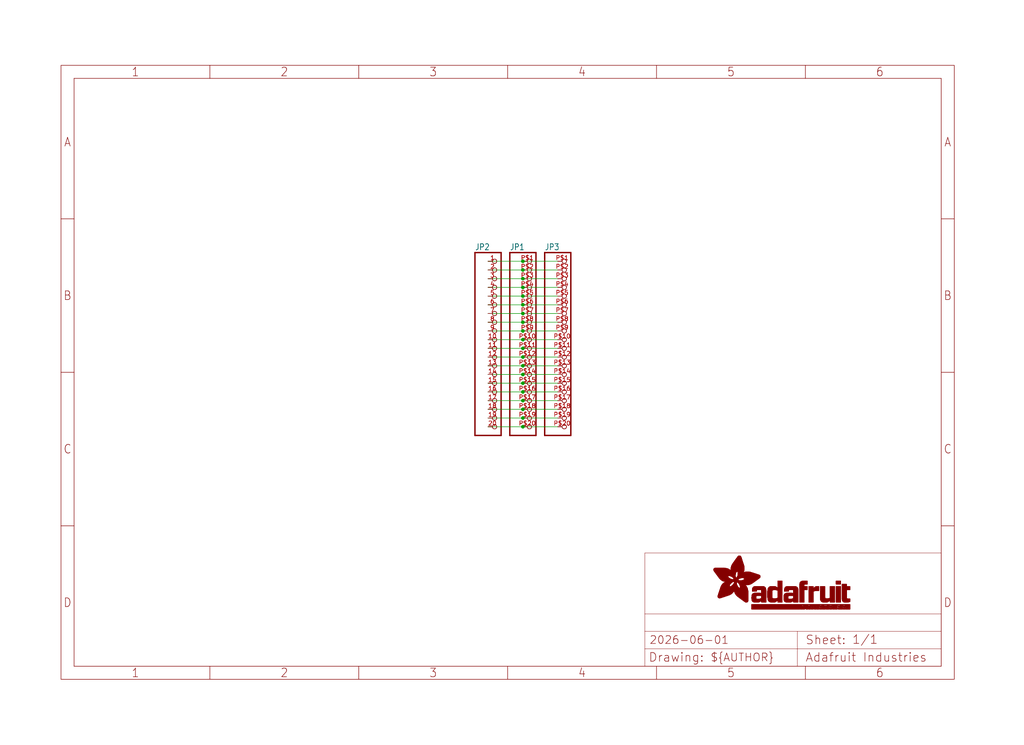
<source format=kicad_sch>
(kicad_sch (version 20230121) (generator eeschema)
  (paper "User" 298.45 217.322)
  (lib_symbols
    (symbol "working-eagle-import:FRAME_A4_ADAFRUIT"
      (symbol "FRAME_A4_ADAFRUIT_1_0"
        (text "${#}/${##}" (at 230.505 10.16 0) (effects (font (size 2.54 2.54)) (justify left bottom)))
        (text "${AUTHOR}" (at 189.23 5.08 0) (effects (font (size 2.286 2.286)) (justify left bottom)))
        (text "${CURRENT_DATE}" (at 171.45 10.16 0) (effects (font (size 2.286 2.286)) (justify left bottom)))
        (text "${PROJECTNAME}" (at 171.45 15.24 0) (effects (font (size 2.54 2.54)) (justify left bottom)))
        (text "1" (at 21.6958 1.905 0) (effects (font (size 2.54 2.286))))
        (text "1" (at 21.6958 177.165 0) (effects (font (size 2.54 2.286))))
        (text "2" (at 65.0875 1.905 0) (effects (font (size 2.54 2.286))))
        (text "2" (at 65.0875 177.165 0) (effects (font (size 2.54 2.286))))
        (text "3" (at 108.4792 1.905 0) (effects (font (size 2.54 2.286))))
        (text "3" (at 108.4792 177.165 0) (effects (font (size 2.54 2.286))))
        (text "4" (at 151.8708 1.905 0) (effects (font (size 2.54 2.286))))
        (text "4" (at 151.8708 177.165 0) (effects (font (size 2.54 2.286))))
        (text "5" (at 195.2625 1.905 0) (effects (font (size 2.54 2.286))))
        (text "5" (at 195.2625 177.165 0) (effects (font (size 2.54 2.286))))
        (text "6" (at 238.6542 1.905 0) (effects (font (size 2.54 2.286))))
        (text "6" (at 238.6542 177.165 0) (effects (font (size 2.54 2.286))))
        (text "A" (at 1.905 156.6863 0) (effects (font (size 2.54 2.286))))
        (text "A" (at 258.445 156.6863 0) (effects (font (size 2.54 2.286))))
        (text "Adafruit Industries" (at 216.916 4.953 0) (effects (font (size 2.54 2.54)) (justify left bottom)))
        (text "B" (at 1.905 111.9188 0) (effects (font (size 2.54 2.286))))
        (text "B" (at 258.445 111.9188 0) (effects (font (size 2.54 2.286))))
        (text "C" (at 1.905 67.1513 0) (effects (font (size 2.54 2.286))))
        (text "C" (at 258.445 67.1513 0) (effects (font (size 2.54 2.286))))
        (text "D" (at 1.905 22.3838 0) (effects (font (size 2.54 2.286))))
        (text "D" (at 258.445 22.3838 0) (effects (font (size 2.54 2.286))))
        (text "Drawing:" (at 171.196 4.953 0) (effects (font (size 2.54 2.54)) (justify left bottom)))
        (text "Sheet:" (at 216.916 10.033 0) (effects (font (size 2.54 2.54)) (justify left bottom)))
      )
    )
    (symbol "working-eagle-import:HEADER-1X20FPC_0.5MM"
      (property "Reference" "JP" (at -6.35 26.035 0))
      (symbol "HEADER-1X20FPC_0.5MM_1_0"
        (pin passive inverted (at -2.54 22.86 0) (length 2.54) (name "1") (number "P$1"))
        (pin passive inverted (at -2.54 0 0) (length 2.54) (name "10") (number "P$10"))
        (pin passive inverted (at -2.54 -2.54 0) (length 2.54) (name "11") (number "P$11"))
        (pin passive inverted (at -2.54 -5.08 0) (length 2.54) (name "12") (number "P$12"))
        (pin passive inverted (at -2.54 -7.62 0) (length 2.54) (name "13") (number "P$13"))
        (pin passive inverted (at -2.54 -10.16 0) (length 2.54) (name "14") (number "P$14"))
        (pin passive inverted (at -2.54 -12.7 0) (length 2.54) (name "15") (number "P$15"))
        (pin passive inverted (at -2.54 -15.24 0) (length 2.54) (name "16") (number "P$16"))
        (pin passive inverted (at -2.54 -17.78 0) (length 2.54) (name "17") (number "P$17"))
        (pin passive inverted (at -2.54 -20.32 0) (length 2.54) (name "18") (number "P$18"))
        (pin passive inverted (at -2.54 -22.86 0) (length 2.54) (name "19") (number "P$19"))
        (pin passive inverted (at -2.54 20.32 0) (length 2.54) (name "2") (number "P$2"))
        (pin passive inverted (at -2.54 -25.4 0) (length 2.54) (name "20") (number "P$20"))
        (pin passive inverted (at -2.54 17.78 0) (length 2.54) (name "3") (number "P$3"))
        (pin passive inverted (at -2.54 15.24 0) (length 2.54) (name "4") (number "P$4"))
        (pin passive inverted (at -2.54 12.7 0) (length 2.54) (name "5") (number "P$5"))
        (pin passive inverted (at -2.54 10.16 0) (length 2.54) (name "6") (number "P$6"))
        (pin passive inverted (at -2.54 7.62 0) (length 2.54) (name "7") (number "P$7"))
        (pin passive inverted (at -2.54 5.08 0) (length 2.54) (name "8") (number "P$8"))
        (pin passive inverted (at -2.54 2.54 0) (length 2.54) (name "9") (number "P$9"))
      )
    )
    (symbol "working-eagle-import:HEADER-1X20FPC_1.0MM"
      (property "Reference" "JP" (at -6.35 26.035 0))
      (symbol "HEADER-1X20FPC_1.0MM_1_0"
        (pin passive inverted (at -2.54 22.86 0) (length 2.54) (name "1") (number "P$1"))
        (pin passive inverted (at -2.54 0 0) (length 2.54) (name "10") (number "P$10"))
        (pin passive inverted (at -2.54 -2.54 0) (length 2.54) (name "11") (number "P$11"))
        (pin passive inverted (at -2.54 -5.08 0) (length 2.54) (name "12") (number "P$12"))
        (pin passive inverted (at -2.54 -7.62 0) (length 2.54) (name "13") (number "P$13"))
        (pin passive inverted (at -2.54 -10.16 0) (length 2.54) (name "14") (number "P$14"))
        (pin passive inverted (at -2.54 -12.7 0) (length 2.54) (name "15") (number "P$15"))
        (pin passive inverted (at -2.54 -15.24 0) (length 2.54) (name "16") (number "P$16"))
        (pin passive inverted (at -2.54 -17.78 0) (length 2.54) (name "17") (number "P$17"))
        (pin passive inverted (at -2.54 -20.32 0) (length 2.54) (name "18") (number "P$18"))
        (pin passive inverted (at -2.54 -22.86 0) (length 2.54) (name "19") (number "P$19"))
        (pin passive inverted (at -2.54 20.32 0) (length 2.54) (name "2") (number "P$2"))
        (pin passive inverted (at -2.54 -25.4 0) (length 2.54) (name "20") (number "P$20"))
        (pin passive inverted (at -2.54 17.78 0) (length 2.54) (name "3") (number "P$3"))
        (pin passive inverted (at -2.54 15.24 0) (length 2.54) (name "4") (number "P$4"))
        (pin passive inverted (at -2.54 12.7 0) (length 2.54) (name "5") (number "P$5"))
        (pin passive inverted (at -2.54 10.16 0) (length 2.54) (name "6") (number "P$6"))
        (pin passive inverted (at -2.54 7.62 0) (length 2.54) (name "7") (number "P$7"))
        (pin passive inverted (at -2.54 5.08 0) (length 2.54) (name "8") (number "P$8"))
        (pin passive inverted (at -2.54 2.54 0) (length 2.54) (name "9") (number "P$9"))
      )
    )
    (symbol "working-eagle-import:HEADER-1X20ROUND"
      (property "Reference" "JP" (at -6.35 26.035 0))
      (symbol "HEADER-1X20ROUND_1_0"
        (pin passive inverted (at -2.54 22.86 0) (length 2.54) (name "1") (number "1"))
        (pin passive inverted (at -2.54 0 0) (length 2.54) (name "10") (number "10"))
        (pin passive inverted (at -2.54 -2.54 0) (length 2.54) (name "11") (number "11"))
        (pin passive inverted (at -2.54 -5.08 0) (length 2.54) (name "12") (number "12"))
        (pin passive inverted (at -2.54 -7.62 0) (length 2.54) (name "13") (number "13"))
        (pin passive inverted (at -2.54 -10.16 0) (length 2.54) (name "14") (number "14"))
        (pin passive inverted (at -2.54 -12.7 0) (length 2.54) (name "15") (number "15"))
        (pin passive inverted (at -2.54 -15.24 0) (length 2.54) (name "16") (number "16"))
        (pin passive inverted (at -2.54 -17.78 0) (length 2.54) (name "17") (number "17"))
        (pin passive inverted (at -2.54 -20.32 0) (length 2.54) (name "18") (number "18"))
        (pin passive inverted (at -2.54 -22.86 0) (length 2.54) (name "19") (number "19"))
        (pin passive inverted (at -2.54 20.32 0) (length 2.54) (name "2") (number "2"))
        (pin passive inverted (at -2.54 -25.4 0) (length 2.54) (name "20") (number "20"))
        (pin passive inverted (at -2.54 17.78 0) (length 2.54) (name "3") (number "3"))
        (pin passive inverted (at -2.54 15.24 0) (length 2.54) (name "4") (number "4"))
        (pin passive inverted (at -2.54 12.7 0) (length 2.54) (name "5") (number "5"))
        (pin passive inverted (at -2.54 10.16 0) (length 2.54) (name "6") (number "6"))
        (pin passive inverted (at -2.54 7.62 0) (length 2.54) (name "7") (number "7"))
        (pin passive inverted (at -2.54 5.08 0) (length 2.54) (name "8") (number "8"))
        (pin passive inverted (at -2.54 2.54 0) (length 2.54) (name "9") (number "9"))
      )
    )
  )
  (junction (at 152.4 83.82))
  (junction (at 152.4 91.44))
  (junction (at 152.4 121.92))
  (junction (at 152.4 86.36))
  (junction (at 152.4 76.2))
  (junction (at 152.4 101.6))
  (junction (at 152.4 93.98))
  (junction (at 152.4 106.68))
  (junction (at 152.4 78.74))
  (junction (at 152.4 104.14))
  (junction (at 152.4 81.28))
  (junction (at 152.4 111.76))
  (junction (at 152.4 124.46))
  (junction (at 152.4 88.9))
  (junction (at 152.4 119.38))
  (junction (at 152.4 99.06))
  (junction (at 152.4 109.22))
  (junction (at 152.4 116.84))
  (junction (at 152.4 114.3))
  (junction (at 152.4 96.52))
  (wire (pts (xy 162.56 81.28) (xy 152.4 81.28)) (stroke (width 0.1524)))
  (wire (pts (xy 152.4 124.46) (xy 142.24 124.46)) (stroke (width 0.1524)))
  (wire (pts (xy 162.56 124.46) (xy 152.4 124.46)) (stroke (width 0.1524)))
  (wire (pts (xy 162.56 104.14) (xy 152.4 104.14)) (stroke (width 0.1524)))
  (wire (pts (xy 152.4 83.82) (xy 142.24 83.82)) (stroke (width 0.1524)))
  (wire (pts (xy 152.4 111.76) (xy 142.24 111.76)) (stroke (width 0.1524)))
  (wire (pts (xy 162.56 83.82) (xy 152.4 83.82)) (stroke (width 0.1524)))
  (wire (pts (xy 152.4 114.3) (xy 142.24 114.3)) (stroke (width 0.1524)))
  (wire (pts (xy 162.56 93.98) (xy 152.4 93.98)) (stroke (width 0.1524)))
  (wire (pts (xy 152.4 106.68) (xy 142.24 106.68)) (stroke (width 0.1524)))
  (wire (pts (xy 152.4 109.22) (xy 142.24 109.22)) (stroke (width 0.1524)))
  (wire (pts (xy 162.56 121.92) (xy 152.4 121.92)) (stroke (width 0.1524)))
  (wire (pts (xy 152.4 88.9) (xy 142.24 88.9)) (stroke (width 0.1524)))
  (wire (pts (xy 162.56 116.84) (xy 152.4 116.84)) (stroke (width 0.1524)))
  (wire (pts (xy 152.4 91.44) (xy 142.24 91.44)) (stroke (width 0.1524)))
  (wire (pts (xy 152.4 119.38) (xy 142.24 119.38)) (stroke (width 0.1524)))
  (wire (pts (xy 152.4 96.52) (xy 142.24 96.52)) (stroke (width 0.1524)))
  (wire (pts (xy 152.4 81.28) (xy 142.24 81.28)) (stroke (width 0.1524)))
  (wire (pts (xy 152.4 104.14) (xy 142.24 104.14)) (stroke (width 0.1524)))
  (wire (pts (xy 162.56 109.22) (xy 152.4 109.22)) (stroke (width 0.1524)))
  (wire (pts (xy 152.4 101.6) (xy 142.24 101.6)) (stroke (width 0.1524)))
  (wire (pts (xy 162.56 99.06) (xy 152.4 99.06)) (stroke (width 0.1524)))
  (wire (pts (xy 162.56 101.6) (xy 152.4 101.6)) (stroke (width 0.1524)))
  (wire (pts (xy 162.56 111.76) (xy 152.4 111.76)) (stroke (width 0.1524)))
  (wire (pts (xy 152.4 93.98) (xy 142.24 93.98)) (stroke (width 0.1524)))
  (wire (pts (xy 162.56 91.44) (xy 152.4 91.44)) (stroke (width 0.1524)))
  (wire (pts (xy 152.4 99.06) (xy 142.24 99.06)) (stroke (width 0.1524)))
  (wire (pts (xy 152.4 86.36) (xy 142.24 86.36)) (stroke (width 0.1524)))
  (wire (pts (xy 162.56 86.36) (xy 152.4 86.36)) (stroke (width 0.1524)))
  (wire (pts (xy 162.56 78.74) (xy 152.4 78.74)) (stroke (width 0.1524)))
  (wire (pts (xy 162.56 76.2) (xy 152.4 76.2)) (stroke (width 0.1524)))
  (wire (pts (xy 162.56 88.9) (xy 152.4 88.9)) (stroke (width 0.1524)))
  (wire (pts (xy 152.4 121.92) (xy 142.24 121.92)) (stroke (width 0.1524)))
  (wire (pts (xy 152.4 116.84) (xy 142.24 116.84)) (stroke (width 0.1524)))
  (wire (pts (xy 162.56 114.3) (xy 152.4 114.3)) (stroke (width 0.1524)))
  (wire (pts (xy 162.56 96.52) (xy 152.4 96.52)) (stroke (width 0.1524)))
  (wire (pts (xy 152.4 76.2) (xy 142.24 76.2)) (stroke (width 0.1524)))
  (wire (pts (xy 162.56 119.38) (xy 152.4 119.38)) (stroke (width 0.1524)))
  (wire (pts (xy 152.4 78.74) (xy 142.24 78.74)) (stroke (width 0.1524)))
  (wire (pts (xy 162.56 106.68) (xy 152.4 106.68)) (stroke (width 0.1524)))
  (symbol (lib_id "working-eagle-import:FRAME_A4_ADAFRUIT") (at 17.78 198.12 0) (unit 1)
    (property "Reference" "#U$1" (effects hide))
    (property "Value" "FRAME_A4_ADAFRUIT" (effects hide))
  )
  (symbol (lib_id "working-eagle-import:HEADER-1X20ROUND") (at 144.78 99.06 0) (unit 1)
    (property "Reference" "JP2" (at 138.43 73.025 0) (effects (font (size 1.778 1.5113)) (justify left bottom)))
    (property "Value" "HEADER-1X20ROUND" (effects hide))
    (property "Footprint" "working:1X20_ROUND" (effects hide))
  )
  (symbol (lib_id "working-eagle-import:HEADER-1X20FPC_1.0MM") (at 154.94 99.06 0) (unit 1)
    (property "Reference" "JP1" (at 148.59 73.025 0) (effects (font (size 1.778 1.5113)) (justify left bottom)))
    (property "Value" "HEADER-1X20FPC_1.0MM" (effects hide))
    (property "Footprint" "working:FPC_GENERIC_1.0MM_20PIN" (effects hide))
  )
  (symbol (lib_id "working-eagle-import:HEADER-1X20FPC_0.5MM") (at 165.1 99.06 0) (unit 1)
    (property "Reference" "JP3" (at 158.75 73.025 0) (effects (font (size 1.778 1.5113)) (justify left bottom)))
    (property "Value" "HEADER-1X20FPC_0.5MM" (effects hide))
    (property "Footprint" "working:FPC_GENERIC_0.5MM_20PIN" (effects hide))
  )
)
</source>
